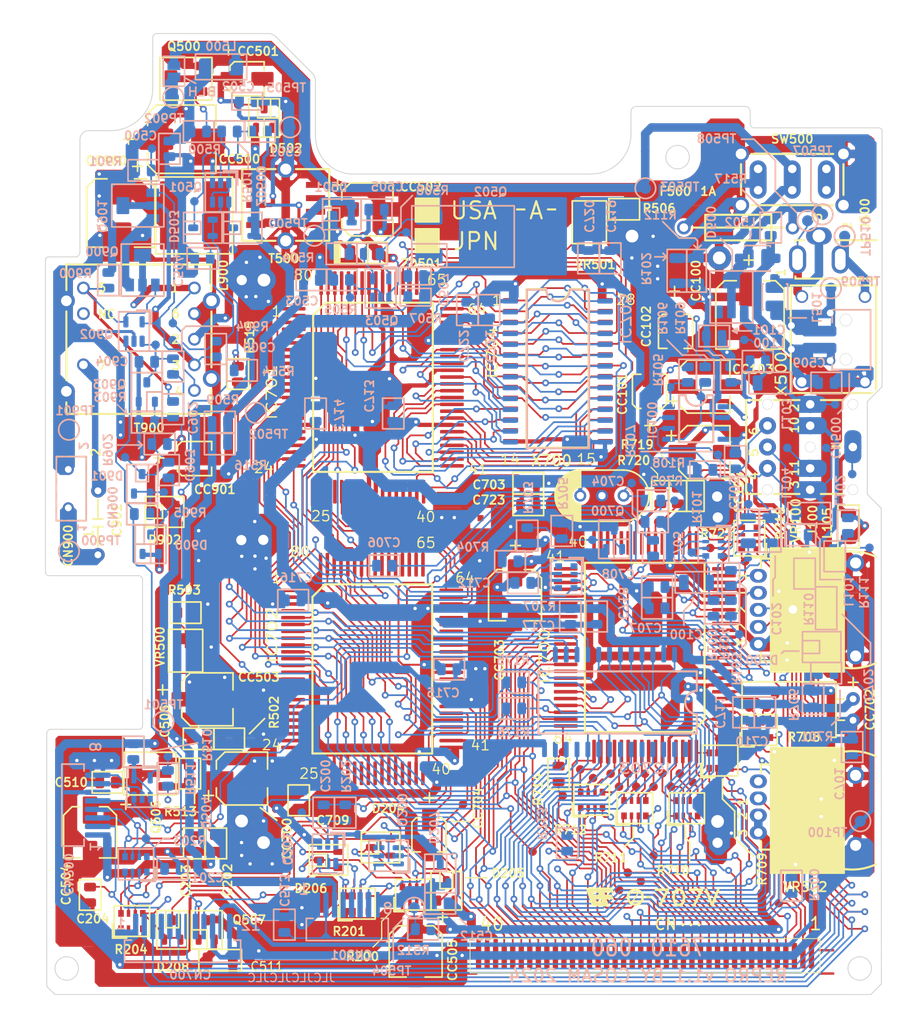
<source format=kicad_pcb>
(kicad_pcb
	(version 20241229)
	(generator "pcbnew")
	(generator_version "9.0")
	(general
		(thickness 1.6)
		(legacy_teardrops no)
	)
	(paper "A4")
	(layers
		(0 "F.Cu" signal)
		(4 "In1.Cu" signal)
		(6 "In2.Cu" signal)
		(2 "B.Cu" signal)
		(9 "F.Adhes" user "F.Adhesive")
		(11 "B.Adhes" user "B.Adhesive")
		(13 "F.Paste" user)
		(15 "B.Paste" user)
		(5 "F.SilkS" user "F.Silkscreen")
		(7 "B.SilkS" user "B.Silkscreen")
		(1 "F.Mask" user)
		(3 "B.Mask" user)
		(17 "Dwgs.User" user "User.Drawings")
		(19 "Cmts.User" user "User.Comments")
		(21 "Eco1.User" user "User.Eco1")
		(23 "Eco2.User" user "User.Eco2")
		(25 "Edge.Cuts" user)
		(27 "Margin" user)
		(31 "F.CrtYd" user "F.Courtyard")
		(29 "B.CrtYd" user "B.Courtyard")
		(35 "F.Fab" user)
		(33 "B.Fab" user)
		(39 "User.1" user)
		(41 "User.2" user)
		(43 "User.3" user)
		(45 "User.4" user)
		(47 "User.5" user)
		(49 "User.6" user)
		(51 "User.7" user)
		(53 "User.8" user)
		(55 "User.9" user)
	)
	(setup
		(stackup
			(layer "F.SilkS"
				(type "Top Silk Screen")
			)
			(layer "F.Paste"
				(type "Top Solder Paste")
			)
			(layer "F.Mask"
				(type "Top Solder Mask")
				(thickness 0.01)
			)
			(layer "F.Cu"
				(type "copper")
				(thickness 0.035)
			)
			(layer "dielectric 1"
				(type "prepreg")
				(thickness 0.1)
				(material "FR4")
				(epsilon_r 4.5)
				(loss_tangent 0.02)
			)
			(layer "In1.Cu"
				(type "copper")
				(thickness 0.035)
			)
			(layer "dielectric 2"
				(type "core")
				(thickness 1.24)
				(material "FR4")
				(epsilon_r 4.5)
				(loss_tangent 0.02)
			)
			(layer "In2.Cu"
				(type "copper")
				(thickness 0.035)
			)
			(layer "dielectric 3"
				(type "prepreg")
				(thickness 0.1)
				(material "FR4")
				(epsilon_r 4.5)
				(loss_tangent 0.02)
			)
			(layer "B.Cu"
				(type "copper")
				(thickness 0.035)
			)
			(layer "B.Mask"
				(type "Bottom Solder Mask")
				(thickness 0.01)
			)
			(layer "B.Paste"
				(type "Bottom Solder Paste")
			)
			(layer "B.SilkS"
				(type "Bottom Silk Screen")
			)
			(copper_finish "None")
			(dielectric_constraints no)
		)
		(pad_to_mask_clearance 0)
		(allow_soldermask_bridges_in_footprints no)
		(tenting front back)
		(pcbplotparams
			(layerselection 0x00000000_00000000_55555555_575555ff)
			(plot_on_all_layers_selection 0x00000000_00000000_00000000_00000000)
			(disableapertmacros no)
			(usegerberextensions yes)
			(usegerberattributes no)
			(usegerberadvancedattributes no)
			(creategerberjobfile no)
			(dashed_line_dash_ratio 12.000000)
			(dashed_line_gap_ratio 3.000000)
			(svgprecision 4)
			(plotframeref no)
			(mode 1)
			(useauxorigin no)
			(hpglpennumber 1)
			(hpglpenspeed 20)
			(hpglpendiameter 15.000000)
			(pdf_front_fp_property_popups yes)
			(pdf_back_fp_property_popups yes)
			(pdf_metadata yes)
			(pdf_single_document no)
			(dxfpolygonmode yes)
			(dxfimperialunits yes)
			(dxfusepcbnewfont yes)
			(psnegative no)
			(psa4output no)
			(plot_black_and_white yes)
			(sketchpadsonfab no)
			(plotpadnumbers no)
			(hidednponfab no)
			(sketchdnponfab yes)
			(crossoutdnponfab yes)
			(subtractmaskfromsilk yes)
			(outputformat 1)
			(mirror no)
			(drillshape 0)
			(scaleselection 1)
			(outputdirectory "gt-gerbers-jlc")
		)
	)
	(net 0 "")
	(net 1 "~{RST-OSC}")
	(net 2 "GND")
	(net 3 "+5V")
	(net 4 "Net-(IC702-RGB-)")
	(net 5 "Net-(IC702-OSC)")
	(net 6 "Net-(IC700-OSC)")
	(net 7 "OSC")
	(net 8 "AUDIO-L")
	(net 9 "CESEL")
	(net 10 "A18")
	(net 11 "A14")
	(net 12 "A9")
	(net 13 "A10")
	(net 14 "D6")
	(net 15 "DCK")
	(net 16 "XVSYNC")
	(net 17 "VD8")
	(net 18 "VD7")
	(net 19 "VD5")
	(net 20 "VD4")
	(net 21 "VD3")
	(net 22 "VD2")
	(net 23 "VD1")
	(net 24 "VD0")
	(net 25 "VIDEOR")
	(net 26 "XB")
	(net 27 "HSM")
	(net 28 "~{WR}")
	(net 29 "A8")
	(net 30 "~{RD}")
	(net 31 "D7")
	(net 32 "D4")
	(net 33 "D2")
	(net 34 "XHSYNC")
	(net 35 "A0")
	(net 36 "A2")
	(net 37 "VD6")
	(net 38 "A5")
	(net 39 "A7")
	(net 40 "A12")
	(net 41 "A16")
	(net 42 "A20")
	(net 43 "RDY")
	(net 44 "~{XIRQ2}")
	(net 45 "VIDEOG")
	(net 46 "AUDIO-R")
	(net 47 "~{CEK}")
	(net 48 "A17")
	(net 49 "A13")
	(net 50 "A11")
	(net 51 "D5")
	(net 52 "D3")
	(net 53 "D1")
	(net 54 "D0")
	(net 55 "A1")
	(net 56 "A3")
	(net 57 "A4")
	(net 58 "A6")
	(net 59 "A15")
	(net 60 "A19")
	(net 61 "SYNCV")
	(net 62 "VIDEOB")
	(net 63 "DI0")
	(net 64 "DI1")
	(net 65 "DI2")
	(net 66 "DI3")
	(net 67 "SEL")
	(net 68 "CLR")
	(net 69 "Net-(IC700-O0)")
	(net 70 "Net-(IC700-O1)")
	(net 71 "AGND")
	(net 72 "unconnected-(IC700-N{slash}C-Pad9)")
	(net 73 "unconnected-(IC700-SX-Pad13)")
	(net 74 "unconnected-(IC700-N{slash}C-Pad23)")
	(net 75 "unconnected-(IC700-K4-Pad27)")
	(net 76 "unconnected-(IC700-K5-Pad28)")
	(net 77 "unconnected-(IC700-O2-Pad33)")
	(net 78 "unconnected-(IC700-O3-Pad34)")
	(net 79 "unconnected-(IC700-O4-Pad35)")
	(net 80 "unconnected-(IC700-O5-Pad36)")
	(net 81 "unconnected-(IC700-O6-Pad37)")
	(net 82 "unconnected-(IC700-O7-Pad38)")
	(net 83 "unconnected-(IC700-ERT-Pad39)")
	(net 84 "unconnected-(IC700-ER3-Pad40)")
	(net 85 "unconnected-(IC700-ER2-Pad41)")
	(net 86 "unconnected-(IC700-ER1-Pad42)")
	(net 87 "~{IRQ+PUP}")
	(net 88 "unconnected-(IC700-SYNC-Pad46)")
	(net 89 "~{CE7}")
	(net 90 "~{CER}")
	(net 91 "unconnected-(IC701-D15-Pad4)")
	(net 92 "unconnected-(IC701-D14-Pad5)")
	(net 93 "unconnected-(IC701-D13-Pad6)")
	(net 94 "unconnected-(IC701-D12-Pad7)")
	(net 95 "unconnected-(IC701-D11-Pad8)")
	(net 96 "unconnected-(IC701-D10-Pad9)")
	(net 97 "unconnected-(IC701-D9-Pad10)")
	(net 98 "unconnected-(IC701-D8-Pad12)")
	(net 99 "unconnected-(IC701-DISP-Pad27)")
	(net 100 "Net-(IC701-MWR)")
	(net 101 "Net-(IC701-MRD)")
	(net 102 "/VDC/MD0")
	(net 103 "/VDC/MD1")
	(net 104 "/VDC/MD2")
	(net 105 "/VDC/MD3")
	(net 106 "/VDC/MD4")
	(net 107 "/VDC/MD5")
	(net 108 "/VDC/MD6")
	(net 109 "/VDC/MD7")
	(net 110 "/VDC/MD8")
	(net 111 "/VDC/MD9")
	(net 112 "/VDC/MD10")
	(net 113 "/VDC/MD11")
	(net 114 "/VDC/MD12")
	(net 115 "/VDC/MD13")
	(net 116 "/VDC/MD14")
	(net 117 "/VDC/MD15")
	(net 118 "/VDC/MA0")
	(net 119 "/VDC/MA1")
	(net 120 "/VDC/MA2")
	(net 121 "/VDC/MA3")
	(net 122 "/VDC/MA4")
	(net 123 "/VDC/MA5")
	(net 124 "/VDC/MA6")
	(net 125 "/VDC/MA7")
	(net 126 "/VDC/MA8")
	(net 127 "/VDC/MA9")
	(net 128 "/VDC/MA10")
	(net 129 "/VDC/MA11")
	(net 130 "/VDC/MA12")
	(net 131 "/VDC/MA13")
	(net 132 "/VDC/MA14")
	(net 133 "/VDC/MA15")
	(net 134 "unconnected-(IC702-D8-Pad4)")
	(net 135 "unconnected-(IC702-TEST1-Pad58)")
	(net 136 "unconnected-(IC702-TEST2-Pad59)")
	(net 137 "unconnected-(IC702-TEST3-Pad60)")
	(net 138 "unconnected-(IC703-N{slash}C-Pad1)")
	(net 139 "unconnected-(R708-R1.1-Pad1)")
	(net 140 "unconnected-(R708-R1.2-Pad8)")
	(net 141 "AR12")
	(net 142 "AR7")
	(net 143 "AR6")
	(net 144 "AR5")
	(net 145 "AR4")
	(net 146 "AR3")
	(net 147 "AR2")
	(net 148 "AR1")
	(net 149 "AR0")
	(net 150 "AR10")
	(net 151 "AR11")
	(net 152 "AR9")
	(net 153 "AR8")
	(net 154 "AR14")
	(net 155 "AR13")
	(net 156 "AR18")
	(net 157 "AR17")
	(net 158 "AR16")
	(net 159 "AR15")
	(net 160 "AR19")
	(net 161 "AR20")
	(net 162 "Net-(IC700-RD)")
	(net 163 "Net-(IC700-WR)")
	(net 164 "unconnected-(R707-R1.1-Pad1)")
	(net 165 "unconnected-(R707-R1.2-Pad8)")
	(net 166 "Net-(X700-OUT)")
	(net 167 "Net-(CN0-Pin_21)")
	(net 168 "unconnected-(R200-R4.1-Pad4)")
	(net 169 "unconnected-(R200-R4.2-Pad5)")
	(net 170 "Net-(D204-K)")
	(net 171 "Net-(D205-K)")
	(net 172 "Net-(D206-K)")
	(net 173 "EXT_AUDIO")
	(net 174 "EXT_GREEN")
	(net 175 "unconnected-(R203-R1.1-Pad1)")
	(net 176 "unconnected-(R203-R1.2-Pad8)")
	(net 177 "EXT_RED")
	(net 178 "EXT_BLUE")
	(net 179 "Net-(R203-R3.1)")
	(net 180 "Net-(R203-R2.1)")
	(net 181 "Net-(R203-R4.1)")
	(net 182 "Net-(IC700-K0)")
	(net 183 "Net-(IC700-K1)")
	(net 184 "Net-(IC700-K2)")
	(net 185 "Net-(IC700-K3)")
	(net 186 "Net-(IC700-K6)")
	(net 187 "Net-(C200-Pad2)")
	(net 188 "Net-(Q506-B)")
	(net 189 "EXT_BRIGHT")
	(net 190 "Net-(Q504-Pad1)")
	(net 191 "Net-(VR502-Pin_1)")
	(net 192 "unconnected-(VR502-Pin_4-Pad4)")
	(net 193 "Net-(SW500-A)")
	(net 194 "Net-(D501-A-Pad1)")
	(net 195 "Net-(C507-Pad1)")
	(net 196 "Net-(Q502-B)")
	(net 197 "Net-(R506-Pad1)")
	(net 198 "Net-(D501-K)")
	(net 199 "Net-(D502-common)")
	(net 200 "Net-(Q500-C)")
	(net 201 "Net-(Q500-B)")
	(net 202 "unconnected-(T500-Pad5)")
	(net 203 "Net-(D503-K)")
	(net 204 "Net-(D503-A-Pad1)")
	(net 205 "Net-(ZD500-K)")
	(net 206 "Net-(C501-Pad2)")
	(net 207 "Net-(Q900-B)")
	(net 208 "Net-(Q901-B)")
	(net 209 "unconnected-(T900-Pad8)")
	(net 210 "Net-(L900-Pad1)")
	(net 211 "Net-(C901-Pad2)")
	(net 212 "Net-(CN900-Pin_1)")
	(net 213 "Net-(Q903-E)")
	(net 214 "Net-(C500-Pad2)")
	(net 215 "Net-(Q901-C)")
	(net 216 "BLH")
	(net 217 "Net-(Q900-C)")
	(net 218 "Net-(D901-K)")
	(net 219 "Net-(D901-A-Pad1)")
	(net 220 "SLEEP")
	(net 221 "Net-(D900-common)")
	(net 222 "Net-(D900-A)")
	(net 223 "EAR1")
	(net 224 "Net-(J100-Pin_5)")
	(net 225 "Net-(IC100B--)")
	(net 226 "Net-(IC100A--)")
	(net 227 "Net-(IC100A-+)")
	(net 228 "Net-(J100-Pin_1)")
	(net 229 "Net-(J100-Pin_2)")
	(net 230 "Net-(J100-Pin_3)")
	(net 231 "Net-(J100-Pin_11)")
	(net 232 "Net-(R101-R3.2)")
	(net 233 "Net-(R101-R2.1)")
	(net 234 "Net-(R101-R1.1)")
	(net 235 "Net-(C102-Pad2)")
	(net 236 "Net-(C103-Pad2)")
	(net 237 "HUCARD_AUDIO")
	(net 238 "VOL_IN_R")
	(net 239 "VOL_IN_L")
	(net 240 "Net-(D500-K)")
	(net 241 "Net-(J500-Pad1)")
	(net 242 "Net-(J500-Pad2)")
	(net 243 "Net-(J500-Pad3)")
	(net 244 "Net-(CC101-Pad1)")
	(net 245 "Net-(CC103-Pad1)")
	(net 246 "Net-(CC103-Pad2)")
	(net 247 "Net-(CC102-Pad1)")
	(net 248 "Net-(IC100B-+)")
	(net 249 "Net-(CC104-Pad2)")
	(net 250 "Net-(L101-Pad2)")
	(net 251 "Net-(L100-Pad1)")
	(net 252 "Net-(L102-Pad1)")
	(net 253 "Net-(L102-Pad2)")
	(net 254 "Net-(R502-Pad2)")
	(net 255 "HPOS")
	(net 256 "unconnected-(IC702-BRT--Pad17)")
	(net 257 "unconnected-(IC702-BRTC-Pad18)")
	(net 258 "unconnected-(IC702-BURS-Pad20)")
	(net 259 "unconnected-(IC702-B-Y--Pad23)")
	(net 260 "unconnected-(IC702-B-YC-Pad24)")
	(net 261 "unconnected-(IC702-B-Y-Pad26)")
	(net 262 "unconnected-(IC702-R-Y--Pad30)")
	(net 263 "unconnected-(IC702-R-YC-Pad31)")
	(net 264 "unconnected-(IC702-R-Y-Pad33)")
	(net 265 "unconnected-(IC702-Y--Pad37)")
	(net 266 "unconnected-(IC702-YC-Pad38)")
	(net 267 "unconnected-(IC702-Y-Pad40)")
	(net 268 "Net-(ZD501-K)")
	(net 269 "Net-(Q700-B)")
	(net 270 "N{slash}C")
	(net 271 "Net-(D500-A)")
	(net 272 "PWR3")
	(net 273 "LCD_BRIGHT")
	(net 274 "LCD_SYNC")
	(net 275 "LCD_BLUE")
	(net 276 "LCD_RED")
	(net 277 "LCD_GREEN")
	(net 278 "RGB_EN")
	(net 279 "Net-(Q503-Pad4)")
	(net 280 "Net-(Q504-Pad2)")
	(net 281 "BATT+")
	(net 282 "BATT-")
	(net 283 "Net-(CC104-Pad1)")
	(net 284 "+5VP")
	(net 285 "VCC")
	(net 286 "+5VL")
	(net 287 "PWR2")
	(net 288 "PWR4")
	(net 289 "PWR")
	(net 290 "unconnected-(T500-Pad6)")
	(net 291 "Net-(C501-Pad1)")
	(footprint "A-PCENGINE:Strengthening_Via" (layer "F.Cu") (at 195.25 68.95))
	(footprint "A-PCENGINE:GT_Ground_Pad_2.8mm" (layer "F.Cu") (at 182.05 128.5))
	(footprint "A-PCENGINE:Test_Point_1mm" (layer "F.Cu") (at 177.125 93.425))
	(footprint "A-PCENGINE:SOT-23-Box-Pin3" (layer "F.Cu") (at 118.1608 141.1963 90))
	(footprint "A-PCENGINE:Strengthening_Via" (layer "F.Cu") (at 190.7 70.425))
	(footprint "A-PCENGINE:Test_Point_1mm" (layer "F.Cu") (at 175.5902 122.8598))
	(footprint "A-PCENGINE:Test_Point_1mm" (layer "F.Cu") (at 185.2422 120.3706))
	(footprint "A-PCENGINE:Strengthening_Via" (layer "F.Cu") (at 190.7 73.2))
	(footprint "A-PCENGINE:Test_Point_1mm" (layer "F.Cu") (at 185.7502 115.1636))
	(footprint "A-PCENGINE:R_Array_4x0603" (layer "F.Cu") (at 186.963 117.7798 90))
	(footprint "A-PCENGINE:PicoFuse" (layer "F.Cu") (at 190.85 58.95 180))
	(footprint "A-PCENGINE:GT_Ground_Pad_2.8mm" (layer "F.Cu") (at 182.25 62.5))
	(footprint "A-PCENGINE:SOT-23-Box-Pin3" (layer "F.Cu") (at 136.4742 133.0198 180))
	(footprint "A-PCENGINE:Test_Point_1mm" (layer "F.Cu") (at 183.6928 118.7958))
	(footprint "A-PCENGINE:R_Array_4x0603" (layer "F.Cu") (at 113.4302 140.1682 90))
	(footprint "A-PCENGINE:Test_Point_1mm" (layer "F.Cu") (at 163.9316 120.3706))
	(footprint "A-PCENGINE:Test_Point_1mm" (layer "F.Cu") (at 175.1 93.425))
	(footprint "A-PCENGINE:Test_Point_1mm" (layer "F.Cu") (at 170.5102 124.4346))
	(footprint "A-PCENGINE:SMD_0805_Narrow" (layer "F.Cu") (at 179.45 90.3875 90))
	(footprint "A-PCENGINE:CP_10x2.5mm" (layer "F.Cu") (at 119.275 48.6))
	(footprint "A-PCENGINE:Inductor_8mm" (layer "F.Cu") (at 120.725 57.525 180))
	(footprint "A-PCENGINE:R_Array_4x0603" (layer "F.Cu") (at 167.2908 125.9696 90))
	(footprint "A-PCENGINE:Oscillator-3_Pin" (layer "F.Cu") (at 168.5036 90.3478))
	(footprint "A-PCENGINE:D_1206" (layer "F.Cu") (at 140.575 61.9 180))
	(footprint "A-PCENGINE:CP_6.2x1.6mm" (layer "F.Cu") (at 177.125 71.1 -90))
	(footprint "A-PCENGINE:GT_Ground_Pad_2mm" (layer "F.Cu") (at 126.25 95.55))
	(footprint "A-PCENGINE:GT_Ground_Pad_2mm" (layer "F.Cu") (at 182 90.45))
	(footprint "A-PCENGINE:SMD_0805" (layer "F.Cu") (at 108.525 137.1 -90))
	(footprint "A-PCENGINE:CP_8.4x1.7mm" (layer "F.Cu") (at 122.275 114.2))
	(footprint "A-PCENGINE:Test_Point_1mm" (layer "F.Cu") (at 174.5488 124.4346))
	(footprint "A-PCENGINE:SMD_0805" (layer "F.Cu") (at 132.975 126.025 90))
	(footprint "A-PCENGINE:CP_8.4x1.7mm" (layer "F.Cu") (at 141.025 56.825))
	(footprint "A-PCENGINE:Test_Point_1mm" (layer "F.Cu") (at 182.725 97.5))
	(footprint "A-PCENGINE:GT_T500" (layer "F.Cu") (at 131.45 56.3))
	(footprint "A-PCENGINE:Test_Point_1mm" (layer "F.Cu") (at 179.125 93.45))
	(footprint "A-PCENGINE:Test_Point_1mm" (layer "F.Cu") (at 173.5328 122.9106))
	(footprint "A-PCENGINE:Test_Point_1mm" (layer "F.Cu") (at 170.5102 136.525))
	(footprint "A-PCENGINE:Test_Point_1mm" (layer "F.Cu") (at 176.625 87.35))
	(footprint "A-PCENGINE:CP_6.2x1.6mm" (layer "F.Cu") (at 174.075 78.125 90))
	(footprint "A-PCENGINE:CP_6.2x1.6mm" (layer "F.Cu") (at 120.775 86))
	(footprint "A-PCENGINE:SOT-23-Box-Pin1" (layer "F.Cu") (at 122.1994 141.1963 90))
	(footprint "A-PCENGINE:CP_8.4x1.7mm" (layer "F.Cu") (at 158.3182 101.9988 -90))
	(footprint "A-PCENGINE:HUC62xx" (layer "F.Cu") (at 179.6072 108.775 90))
	(footprint "A-PCENGINE:SMD_0805_Narrow" (layer "F.Cu") (at 177.4 90.3875 -90))
	(footprint "A-PCENGINE:Test_Point_1mm" (layer "F.Cu") (at 167.4622 123.4186))
	(footprint "A-PCENGINE:Test_Point_1mm" (layer "F.Cu") (at 172.5168 124.4346))
	(footprint "A-PCENGINE:CP_8.4x1.7mm" (layer "F.Cu") (at 108.525 129.775 -90))
	(footprint "A-PCENGINE:SMD_0805" (layer "F.Cu") (at 124.825 118.825))
	(footprint "A-PCENGINE:Test_Point_1mm" (layer "F.Cu") (at 173.3 93.425))
	(footprint "A-PCENGINE:SMD_0805_Narrow" (layer "F.Cu") (at 175.35 90.3875 -90))
	(footprint "A-PCENGINE:CP_10x2.5mm" (layer "F.Cu") (at 185.85 69.175 -90))
	(footprint "A-PCENGINE:Test_Point_1mm" (layer "F.Cu") (at 171.5516 122.9106))
	(footprint "A-PCENGINE:R_Array_4x0603" (layer "F.Cu") (at 139.8586 138.1362 90))
	(footprint "A-PCENGINE:Test_Point_1mm" (layer "F.Cu") (at 176.6062 124.4346))
	(footprint "A-PCENGINE:VR_5P" (layer "F.Cu") (at 191.325 103.725))
	(footprint "A-PCENGINE:R_Array_4x0603" (layer "F.Cu") (at 146.4 137.075 90))
	(footprint "A-PCENGINE:SMD_0805"
		(layer "F.Cu")
		(uuid "6dd482e7-de9d-4a78-85d3-77351becd2be")
		(at 171.1125 56.8)
		(descr "Resistor SMD 0805 (2012 Metric), square (rectangular) end terminal, IPC_7351 nominal, (Body size source: IPC-SM-782 page 72, https://www.pcb-3d.com/wordpress/wp-content/uploads/ipc-sm-782a_amendment_1_and_2.pdf), generated with kicad-footprint-generator")
		(tags "resistor")
		(property "Reference" "R506"
			(at 4.0875 -0.1 0)
			(layer "F.SilkS")
			(uuid "4573ffad-5417-4622-af31-9a5826c23658")
			(effects
				(font
					(size 1 1)
					(thickness 0.2)
					(bold yes)
				)
			)
		)
		(property "Value" "1K"
			(at 0 1.65 0)
			(layer "F.Fab")
			(uuid "5bdbd94f-4468-4426-9133-1fd50b49ef3a")
			(effects
				(font
					(size 1 1)
					(thickness 0.15)
				)
			)
		)
		(property "Datasheet" ""
			(at 0 0 0)
			(layer "F.Fab")
			(hide yes)
			(uuid "41f3b845-378b-4455-91bb-bbdd24a58979")
			(effects
				(font
					(size 1.27 1.27)
	
... [18275192 chars truncated]
</source>
